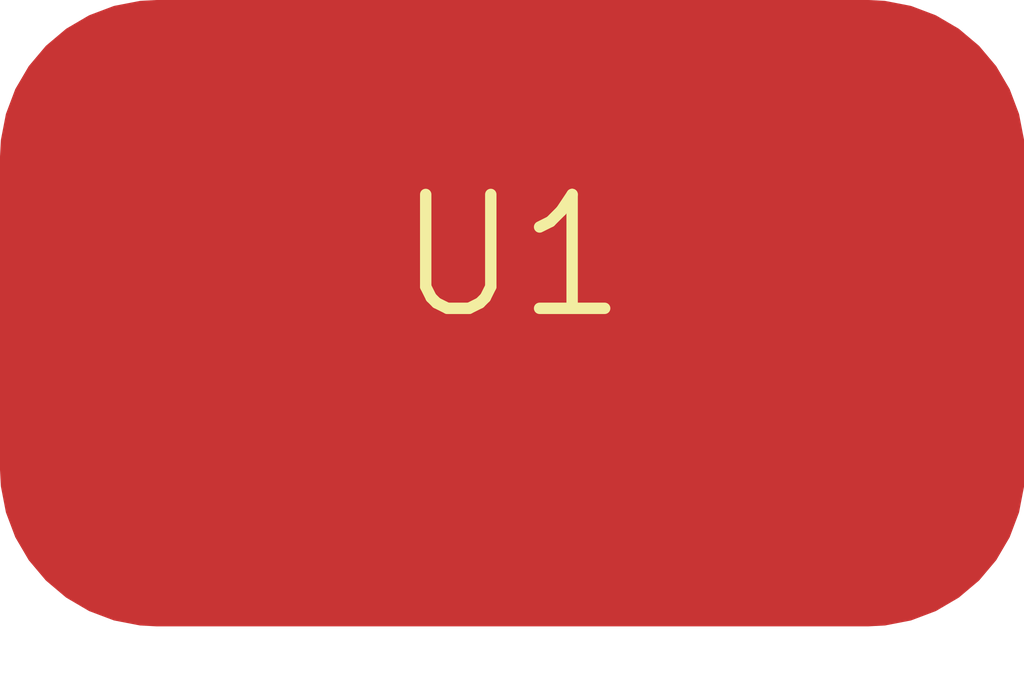
<source format=kicad_pcb>
(kicad_pcb (version 20221018) (generator pcbnew)
  (layers (0 "F.Cu" signal) (31 "B.Cu" signal) (34 "B.Paste" user) (35 "F.Paste" user) (36 "B.SilkS" user "B.Silkscreen") (37 "F.SilkS" user "F.Silkscreen") (38 "B.Mask" user) (39 "F.Mask" user) (44 "Edge.Cuts" user))
  (net 0 "")
  (footprint "Library:jack_pad" (layer "F.Cu") (at 177.8 139.7)
    (fp_text reference "U1" (at 0 -0.5 unlocked) (layer "F.SilkS") (effects (font (thickness 0.1))))
    (fp_text value "~")
    (pad "1" smd roundrect (at 0 0) (size 9 5.5) (layers "F.Cu" "F.Paste" "F.Mask" "Eco1.User"))
  )
)
</source>
